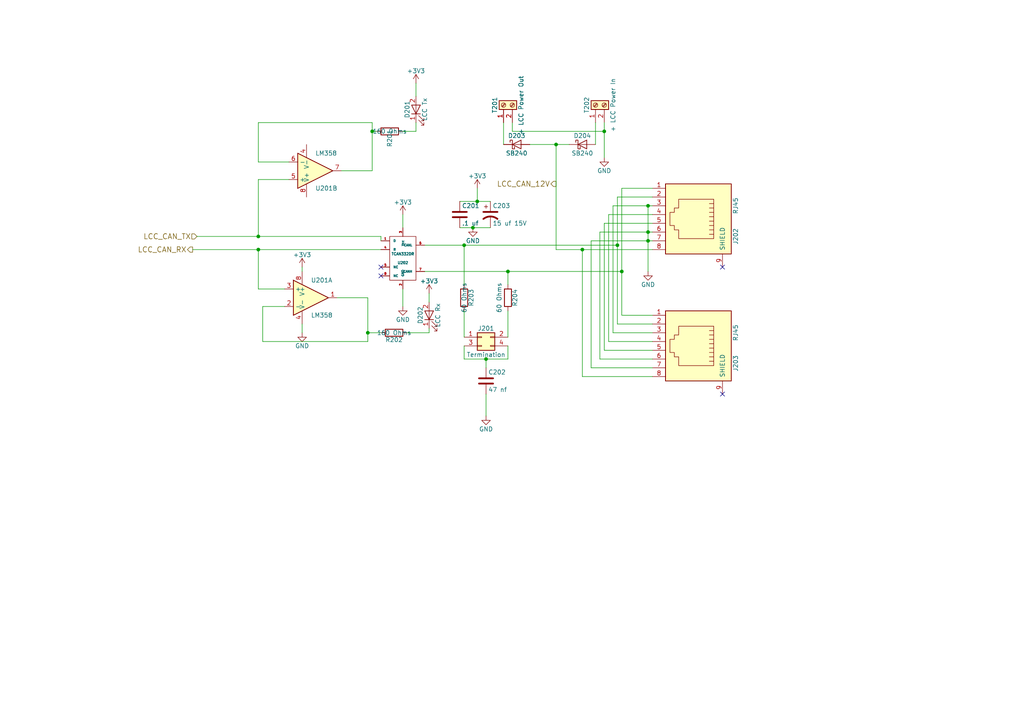
<source format=kicad_sch>
(kicad_sch (version 20211123) (generator eeschema)
  (paper "A4")
  (lib_symbols
    (symbol "LCC-PNET-Router-rescue:+3.3V" (power) (pin_names (offset 0))
      (property "Value" "+3.3V" (at 0 3.556 0))
      (symbol "+3.3V_0_1"
        (polyline (pts (xy -0.762 1.27) (xy 0 2.54)))
        (polyline (pts (xy 0 0) (xy 0 2.54)))
        (polyline (pts (xy 0 2.54) (xy 0.762 1.27)))
      )
      (symbol "+3.3V_1_1"
        (pin power_in line (at 0 0 90) (length 0) hide (name "+3V3") (number "1"))
      )
    )
    (symbol "LCC-PNET-Router-rescue:C" (pin_numbers hide) (pin_names (offset 0.254))
      (property "Reference" "C" (at 0.635 2.54 0))
      (property "Value" "C" (at 0.635 -2.54 0))
      (symbol "C_0_1"
        (polyline (pts (xy -2.032 -0.762) (xy 2.032 -0.762)) (stroke (width 0.508)))
        (polyline (pts (xy -2.032 0.762) (xy 2.032 0.762)) (stroke (width 0.508)))
      )
      (symbol "C_1_1"
        (pin passive line (at 0 3.81 270) (length 2.794) (name "~") (number "1"))
        (pin passive line (at 0 -3.81 90) (length 2.794) (name "~") (number "2"))
      )
    )
    (symbol "LCC-PNET-Router-rescue:CP1" (pin_numbers hide) (pin_names (offset 0.254) hide)
      (property "Reference" "C" (at 0.635 2.54 0))
      (property "Value" "CP1" (at 0.635 -2.54 0))
      (symbol "CP1_0_1"
        (polyline (pts (xy -2.032 0.762) (xy 2.032 0.762)) (stroke (width 0.508)))
        (polyline (pts (xy -1.778 2.286) (xy -0.762 2.286)))
        (polyline (pts (xy -1.27 1.778) (xy -1.27 2.794)))
        (arc (start 2.032 -1.27) (mid 0 -0.5572) (end -2.032 -1.27) (stroke (width 0.508)))
      )
      (symbol "CP1_1_1"
        (pin passive line (at 0 3.81 270) (length 2.794) (name "~") (number "1"))
        (pin passive line (at 0 -3.81 90) (length 3.302) (name "~") (number "2"))
      )
    )
    (symbol "LCC-PNET-Router-rescue:Conn_02x02_Odd_Even" (pin_names (offset 1.016) hide)
      (property "Reference" "J" (at 1.27 2.54 0))
      (property "Value" "Conn_02x02_Odd_Even" (at 1.27 -5.08 0))
      (symbol "Conn_02x02_Odd_Even_1_1"
        (rectangle (start -1.27 -2.413) (end 0 -2.667) (stroke (width 0.1524)))
        (rectangle (start -1.27 0.127) (end 0 -0.127) (stroke (width 0.1524)))
        (rectangle (start -1.27 1.27) (end 3.81 -3.81) (stroke (width 0.254)) (fill (type background)))
        (rectangle (start 3.81 -2.413) (end 2.54 -2.667) (stroke (width 0.1524)))
        (rectangle (start 3.81 0.127) (end 2.54 -0.127) (stroke (width 0.1524)))
        (pin passive line (at -5.08 0 0) (length 3.81) (name "Pin_1") (number "1"))
        (pin passive line (at 7.62 0 180) (length 3.81) (name "Pin_2") (number "2"))
        (pin passive line (at -5.08 -2.54 0) (length 3.81) (name "Pin_3") (number "3"))
        (pin passive line (at 7.62 -2.54 180) (length 3.81) (name "Pin_4") (number "4"))
      )
    )
    (symbol "LCC-PNET-Router-rescue:D_Schottky" (pin_numbers hide) (pin_names (offset 1.016) hide)
      (property "Reference" "D" (at 0 2.54 0))
      (property "Value" "D_Schottky" (at 0 -2.54 0))
      (symbol "D_Schottky_0_1"
        (polyline (pts (xy 1.27 0) (xy -1.27 0)))
        (polyline (pts (xy 1.27 1.27) (xy 1.27 -1.27) (xy -1.27 0) (xy 1.27 1.27)) (stroke (width 0.2032)))
        (polyline (pts (xy -1.905 0.635) (xy -1.905 1.27) (xy -1.27 1.27) (xy -1.27 -1.27) (xy -0.635 -1.27) (xy -0.635 -0.635)) (stroke (width 0.2032)))
      )
      (symbol "D_Schottky_1_1"
        (pin passive line (at -3.81 0 0) (length 2.54) (name "K") (number "1"))
        (pin passive line (at 3.81 0 180) (length 2.54) (name "A") (number "2"))
      )
    )
    (symbol "LCC-PNET-Router-rescue:GND" (power) (pin_names (offset 0))
      (property "Value" "GND" (at 0 -3.81 0))
      (symbol "GND_0_1"
        (polyline (pts (xy 0 0) (xy 0 -1.27) (xy 1.27 -1.27) (xy 0 -2.54) (xy -1.27 -1.27) (xy 0 -1.27)))
      )
      (symbol "GND_1_1"
        (pin power_in line (at 0 0 270) (length 0) hide (name "GND") (number "1"))
      )
    )
    (symbol "LCC-PNET-Router-rescue:LED" (pin_names (offset 1.016) hide)
      (property "Reference" "D" (at 0 2.54 0))
      (property "Value" "LED" (at 0 -2.54 0))
      (symbol "LED_0_1"
        (polyline (pts (xy -1.27 -1.27) (xy -1.27 1.27)) (stroke (width 0.2032)))
        (polyline (pts (xy -1.27 0) (xy 1.27 0)))
        (polyline (pts (xy 1.27 -1.27) (xy 1.27 1.27) (xy -1.27 0) (xy 1.27 -1.27)) (stroke (width 0.2032)))
        (polyline (pts (xy -3.048 -0.762) (xy -4.572 -2.286) (xy -3.81 -2.286) (xy -4.572 -2.286) (xy -4.572 -1.524)))
        (polyline (pts (xy -1.778 -0.762) (xy -3.302 -2.286) (xy -2.54 -2.286) (xy -3.302 -2.286) (xy -3.302 -1.524)))
      )
      (symbol "LED_1_1"
        (pin passive line (at -3.81 0 0) (length 2.54) (name "K") (number "1"))
        (pin passive line (at 3.81 0 180) (length 2.54) (name "A") (number "2"))
      )
    )
    (symbol "LCC-PNET-Router-rescue:LM358"
      (property "Reference" "U" (at 0 5.08 0))
      (property "Value" "LM358" (at 0 -5.08 0))
      (symbol "LM358_0_1"
        (polyline (pts (xy -5.08 5.08) (xy 5.08 0) (xy -5.08 -5.08) (xy -5.08 5.08)) (stroke (width 0.254)) (fill (type background)))
        (pin power_in line (at -2.54 -7.62 90) (length 3.81) (name "V-") (number "4"))
        (pin power_in line (at -2.54 7.62 270) (length 3.81) (name "V+") (number "8"))
      )
      (symbol "LM358_1_1"
        (pin output line (at 7.62 0 180) (length 2.54) (name "~") (number "1"))
        (pin input line (at -7.62 -2.54 0) (length 2.54) (name "-") (number "2"))
        (pin input line (at -7.62 2.54 0) (length 2.54) (name "+") (number "3"))
      )
      (symbol "LM358_2_1"
        (pin input line (at -7.62 2.54 0) (length 2.54) (name "+") (number "5"))
        (pin input line (at -7.62 -2.54 0) (length 2.54) (name "-") (number "6"))
        (pin output line (at 7.62 0 180) (length 2.54) (name "~") (number "7"))
      )
    )
    (symbol "LCC-PNET-Router-rescue:R" (pin_numbers hide) (pin_names (offset 0))
      (property "Reference" "R" (at 2.032 0 90))
      (property "Value" "R" (at 0 0 90))
      (symbol "R_0_1"
        (rectangle (start -1.016 -2.54) (end 1.016 2.54) (stroke (width 0.254)))
      )
      (symbol "R_1_1"
        (pin passive line (at 0 3.81 270) (length 1.27) (name "~") (number "1"))
        (pin passive line (at 0 -3.81 90) (length 1.27) (name "~") (number "2"))
      )
    )
    (symbol "LCC-PNET-Router-rescue:RJ45" (pin_names (offset 1.016))
      (property "Reference" "J" (at 5.08 12.7 0))
      (property "Value" "RJ45" (at -3.81 12.7 0))
      (symbol "RJ45_0_1"
        (rectangle (start -10.16 -7.62) (end 10.16 11.43) (stroke (width 0.254)) (fill (type background)))
        (polyline (pts (xy -4.445 5.08) (xy -4.445 6.35) (xy -4.445 6.35)))
        (polyline (pts (xy -3.175 6.35) (xy -3.175 5.08) (xy -3.175 5.08)))
        (polyline (pts (xy -1.905 6.35) (xy -1.905 5.08) (xy -1.905 5.08)))
        (polyline (pts (xy -0.635 6.35) (xy -0.635 5.08) (xy -0.635 5.08)))
        (polyline (pts (xy 0.635 6.35) (xy 0.635 5.08) (xy 0.635 5.08)))
        (polyline (pts (xy 1.905 6.35) (xy 1.905 5.08) (xy 1.905 5.08)))
        (polyline (pts (xy 3.175 5.08) (xy 3.175 6.35) (xy 3.175 6.35)))
        (polyline (pts (xy 4.445 5.08) (xy 4.445 6.35) (xy 4.445 6.35)))
        (polyline (pts (xy -5.715 6.35) (xy 5.715 6.35) (xy 5.715 -3.81) (xy 3.175 -3.81) (xy 3.175 -5.08) (xy 1.905 -5.08) (xy 1.905 -6.35) (xy -1.905 -6.35) (xy -1.905 -5.08) (xy -3.175 -5.08) (xy -3.175 -3.81) (xy -5.715 -3.81) (xy -5.715 6.35) (xy -5.715 6.35)))
      )
      (symbol "RJ45_1_1"
        (pin passive line (at -8.89 -11.43 90) (length 3.81) (name "~") (number "1"))
        (pin passive line (at -6.35 -11.43 90) (length 3.81) (name "~") (number "2"))
        (pin passive line (at -3.81 -11.43 90) (length 3.81) (name "~") (number "3"))
        (pin passive line (at -1.27 -11.43 90) (length 3.81) (name "~") (number "4"))
        (pin passive line (at 1.27 -11.43 90) (length 3.81) (name "~") (number "5"))
        (pin passive line (at 3.81 -11.43 90) (length 3.81) (name "~") (number "6"))
        (pin passive line (at 6.35 -11.43 90) (length 3.81) (name "~") (number "7"))
        (pin passive line (at 8.89 -11.43 90) (length 3.81) (name "~") (number "8"))
        (pin passive line (at 13.97 8.89 180) (length 3.81) (name "SHIELD") (number "9"))
      )
    )
    (symbol "LCC-PNET-Router-rescue:Screw_Terminal_01x02" (pin_names (offset 1.016) hide)
      (property "Reference" "J" (at 0 2.54 0))
      (property "Value" "Screw_Terminal_01x02" (at 0 -5.08 0))
      (symbol "Screw_Terminal_01x02_1_1"
        (rectangle (start -1.27 1.27) (end 1.27 -3.81) (stroke (width 0.254)) (fill (type background)))
        (circle (center 0 -2.54) (radius 0.635) (stroke (width 0.1524)))
        (polyline (pts (xy -0.5334 -2.2098) (xy 0.3302 -3.048)) (stroke (width 0.1524)))
        (polyline (pts (xy -0.5334 0.3302) (xy 0.3302 -0.508)) (stroke (width 0.1524)))
        (polyline (pts (xy -0.3556 -2.032) (xy 0.508 -2.8702)) (stroke (width 0.1524)))
        (polyline (pts (xy -0.3556 0.508) (xy 0.508 -0.3302)) (stroke (width 0.1524)))
        (circle (center 0 0) (radius 0.635) (stroke (width 0.1524)))
        (pin passive line (at -5.08 0 0) (length 3.81) (name "Pin_1") (number "1"))
        (pin passive line (at -5.08 -2.54 0) (length 3.81) (name "Pin_2") (number "2"))
      )
    )
    (symbol "LCC-PNET-Router-rescue:TCAN332DR" (pin_names (offset 1.016))
      (property "Reference" "U" (at 0 -1.27 0))
      (property "Value" "TCAN332DR" (at 0 1.27 0))
      (symbol "TCAN332DR_0_1"
        (rectangle (start -3.81 6.35) (end 3.81 -6.35))
      )
      (symbol "TCAN332DR_1_1"
        (pin input line (at -6.35 5.08 0) (length 2.54) (name "D") (number "1"))
        (pin power_in line (at 0 -8.89 90) (length 2.54) (name "GND") (number "2"))
        (pin power_in line (at 0 8.89 270) (length 2.54) (name "Vcc") (number "3"))
        (pin output line (at -6.35 2.54 0) (length 2.54) (name "R") (number "4"))
        (pin input line (at -6.35 -2.54 0) (length 2.54) (name "NC") (number "5"))
        (pin bidirectional line (at 6.35 3.81 180) (length 2.54) (name "CANL") (number "6"))
        (pin bidirectional line (at 6.35 -3.81 180) (length 2.54) (name "CANH") (number "7"))
        (pin input line (at -6.35 -5.08 0) (length 2.54) (name "NC") (number "8"))
      )
    )
  )
  (junction (at 137.16 66.04))
  (junction (at 138.43 58.42))
  (junction (at 161.29 41.91))
  (junction (at 180.34 78.74))
  (junction (at 168.91 72.39))
  (junction (at 74.93 68.58))
  (junction (at 106.68 96.52))
  (junction (at 179.07 71.12))
  (junction (at 147.32 78.74))
  (junction (at 134.62 71.12))
  (junction (at 175.26 38.1))
  (junction (at 187.96 67.31))
  (junction (at 187.96 69.85))
  (junction (at 140.97 104.14))
  (junction (at 107.95 38.1))
  (junction (at 74.93 72.39))
  (junction (at 187.96 59.69))
  (no_connect (at 110.49 80.01))
  (no_connect (at 209.55 114.3))
  (no_connect (at 209.55 77.47))
  (no_connect (at 110.49 77.47))
  (wire (pts (xy 175.26 101.6) (xy 189.23 101.6)))
  (wire (pts (xy 133.35 58.42) (xy 138.43 58.42)))
  (wire (pts (xy 138.43 58.42) (xy 142.24 58.42)))
  (wire (pts (xy 74.93 46.99) (xy 74.93 35.56)))
  (wire (pts (xy 83.82 46.99) (xy 74.93 46.99)))
  (wire (pts (xy 123.19 78.74) (xy 147.32 78.74)))
  (wire (pts (xy 87.63 93.98) (xy 87.63 96.52)))
  (wire (pts (xy 187.96 67.31) (xy 189.23 67.31)))
  (wire (pts (xy 55.88 72.39) (xy 74.93 72.39)))
  (wire (pts (xy 120.65 38.1) (xy 116.84 38.1)))
  (wire (pts (xy 124.46 85.09) (xy 124.46 87.63)))
  (wire (pts (xy 177.8 59.69) (xy 187.96 59.69)))
  (wire (pts (xy 107.95 35.56) (xy 107.95 38.1)))
  (wire (pts (xy 161.29 72.39) (xy 161.29 41.91)))
  (wire (pts (xy 179.07 93.98) (xy 189.23 93.98)))
  (wire (pts (xy 161.29 72.39) (xy 168.91 72.39)))
  (wire (pts (xy 189.23 104.14) (xy 173.99 104.14)))
  (wire (pts (xy 180.34 78.74) (xy 180.34 91.44)))
  (wire (pts (xy 173.99 67.31) (xy 187.96 67.31)))
  (wire (pts (xy 168.91 72.39) (xy 189.23 72.39)))
  (wire (pts (xy 109.22 38.1) (xy 107.95 38.1)))
  (wire (pts (xy 120.65 24.13) (xy 120.65 27.94)))
  (wire (pts (xy 74.93 52.07) (xy 74.93 68.58)))
  (wire (pts (xy 179.07 57.15) (xy 179.07 71.12)))
  (wire (pts (xy 140.97 104.14) (xy 147.32 104.14)))
  (wire (pts (xy 180.34 91.44) (xy 189.23 91.44)))
  (wire (pts (xy 171.45 69.85) (xy 187.96 69.85)))
  (wire (pts (xy 106.68 99.06) (xy 106.68 96.52)))
  (wire (pts (xy 87.63 77.47) (xy 87.63 78.74)))
  (wire (pts (xy 140.97 106.68) (xy 140.97 104.14)))
  (wire (pts (xy 168.91 109.22) (xy 189.23 109.22)))
  (wire (pts (xy 116.84 62.23) (xy 116.84 66.04)))
  (wire (pts (xy 134.62 90.17) (xy 134.62 97.79)))
  (wire (pts (xy 107.95 38.1) (xy 107.95 49.53)))
  (wire (pts (xy 110.49 68.58) (xy 110.49 69.85)))
  (wire (pts (xy 147.32 78.74) (xy 180.34 78.74)))
  (wire (pts (xy 82.55 83.82) (xy 74.93 83.82)))
  (wire (pts (xy 110.49 96.52) (xy 106.68 96.52)))
  (wire (pts (xy 107.95 49.53) (xy 99.06 49.53)))
  (wire (pts (xy 74.93 72.39) (xy 110.49 72.39)))
  (wire (pts (xy 82.55 88.9) (xy 76.2 88.9)))
  (wire (pts (xy 123.19 71.12) (xy 134.62 71.12)))
  (wire (pts (xy 74.93 83.82) (xy 74.93 72.39)))
  (wire (pts (xy 116.84 83.82) (xy 116.84 88.9)))
  (wire (pts (xy 76.2 99.06) (xy 106.68 99.06)))
  (wire (pts (xy 172.72 35.56) (xy 172.72 41.91)))
  (wire (pts (xy 187.96 69.85) (xy 189.23 69.85)))
  (wire (pts (xy 187.96 67.31) (xy 187.96 69.85)))
  (wire (pts (xy 176.53 99.06) (xy 176.53 62.23)))
  (wire (pts (xy 148.59 38.1) (xy 175.26 38.1)))
  (wire (pts (xy 147.32 82.55) (xy 147.32 78.74)))
  (wire (pts (xy 187.96 59.69) (xy 189.23 59.69)))
  (wire (pts (xy 175.26 64.77) (xy 175.26 101.6)))
  (wire (pts (xy 177.8 96.52) (xy 177.8 59.69)))
  (wire (pts (xy 133.35 66.04) (xy 137.16 66.04)))
  (wire (pts (xy 180.34 54.61) (xy 189.23 54.61)))
  (wire (pts (xy 120.65 35.56) (xy 120.65 38.1)))
  (wire (pts (xy 187.96 59.69) (xy 187.96 67.31)))
  (wire (pts (xy 124.46 96.52) (xy 118.11 96.52)))
  (wire (pts (xy 146.05 41.91) (xy 146.05 35.56)))
  (wire (pts (xy 168.91 109.22) (xy 168.91 72.39)))
  (wire (pts (xy 76.2 88.9) (xy 76.2 99.06)))
  (wire (pts (xy 173.99 104.14) (xy 173.99 67.31)))
  (wire (pts (xy 83.82 52.07) (xy 74.93 52.07)))
  (wire (pts (xy 148.59 35.56) (xy 148.59 38.1)))
  (wire (pts (xy 137.16 66.04) (xy 142.24 66.04)))
  (wire (pts (xy 134.62 82.55) (xy 134.62 71.12)))
  (wire (pts (xy 175.26 35.56) (xy 175.26 38.1)))
  (wire (pts (xy 175.26 64.77) (xy 189.23 64.77)))
  (wire (pts (xy 134.62 100.33) (xy 134.62 104.14)))
  (wire (pts (xy 74.93 68.58) (xy 110.49 68.58)))
  (wire (pts (xy 180.34 54.61) (xy 180.34 78.74)))
  (wire (pts (xy 179.07 57.15) (xy 189.23 57.15)))
  (wire (pts (xy 57.15 68.58) (xy 74.93 68.58)))
  (wire (pts (xy 140.97 120.65) (xy 140.97 114.3)))
  (wire (pts (xy 189.23 96.52) (xy 177.8 96.52)))
  (wire (pts (xy 74.93 35.56) (xy 107.95 35.56)))
  (wire (pts (xy 138.43 54.61) (xy 138.43 58.42)))
  (wire (pts (xy 189.23 99.06) (xy 176.53 99.06)))
  (wire (pts (xy 134.62 71.12) (xy 179.07 71.12)))
  (wire (pts (xy 161.29 41.91) (xy 165.1 41.91)))
  (wire (pts (xy 179.07 71.12) (xy 179.07 93.98)))
  (wire (pts (xy 153.67 41.91) (xy 161.29 41.91)))
  (wire (pts (xy 171.45 106.68) (xy 171.45 69.85)))
  (wire (pts (xy 176.53 62.23) (xy 189.23 62.23)))
  (wire (pts (xy 134.62 104.14) (xy 140.97 104.14)))
  (wire (pts (xy 106.68 96.52) (xy 106.68 86.36)))
  (wire (pts (xy 189.23 106.68) (xy 171.45 106.68)))
  (wire (pts (xy 124.46 95.25) (xy 124.46 96.52)))
  (wire (pts (xy 147.32 104.14) (xy 147.32 100.33)))
  (wire (pts (xy 175.26 38.1) (xy 175.26 45.72)))
  (wire (pts (xy 106.68 86.36) (xy 97.79 86.36)))
  (wire (pts (xy 187.96 69.85) (xy 187.96 78.74)))
  (wire (pts (xy 147.32 90.17) (xy 147.32 97.79)))
  (hierarchical_label "LCC_CAN_12V" (shape output) (at 161.29 53.34 180) (effects (font (size 1.524 1.524))))
  (hierarchical_label "LCC_CAN_RX" (shape output) (at 55.88 72.39 180) (effects (font (size 1.524 1.524))))
  (hierarchical_label "LCC_CAN_TX" (shape input) (at 57.15 68.58 180) (effects (font (size 1.524 1.524))))
  (symbol (lib_id "LCC-PNET-Router-rescue:TCAN332DR") (at 116.84 74.93 0) (unit 1)
    (property "Reference" "U202" (at 116.84 76.2 0) (effects (font (size 0.762 0.762))))
    (property "Value" "TCAN332DR" (at 116.84 73.66 0) (effects (font (size 0.762 0.762))))
    (property "Footprint" "Package_SO:SOIC-8_3.9x4.9mm_P1.27mm" (effects hide))
    (property "Mouser Part Number" "595-TCAN332DR" (effects hide))
  )
  (symbol (lib_id "LCC-PNET-Router-rescue:RJ45") (at 200.66 100.33 270) (unit 1)
    (property "Reference" "J203" (at 213.36 105.41 0))
    (property "Value" "RJ45" (at 213.36 96.52 0))
    (property "Footprint" "RJ45:RJ45_8N-S" (effects hide))
    (property "Mouser Part Number" "710-615008144221" (effects hide))
  )
  (symbol (lib_id "LCC-PNET-Router-rescue:RJ45") (at 200.66 63.5 270) (unit 1)
    (property "Reference" "J202" (at 213.36 68.58 0))
    (property "Value" "RJ45" (at 213.36 59.69 0))
    (property "Footprint" "RJ45:RJ45_8N-S" (effects hide))
    (property "Mouser Part Number" "710-615008144221" (effects hide))
  )
  (symbol (lib_id "LCC-PNET-Router-rescue:+3.3V") (at 116.84 62.23 0) (unit 1)
    (property "Reference" "#PWR0102" (effects hide))
    (property "Value" "+3.3V" (at 116.84 58.674 0))
  )
  (symbol (lib_id "LCC-PNET-Router-rescue:GND") (at 116.84 88.9 0) (unit 1)
    (property "Reference" "#PWR0103" (effects hide))
    (property "Value" "GND" (at 116.84 92.71 0))
  )
  (symbol (lib_id "LCC-PNET-Router-rescue:GND") (at 187.96 78.74 0) (unit 1)
    (property "Reference" "#PWR010" (effects hide))
    (property "Value" "GND" (at 187.96 82.55 0))
  )
  (symbol (lib_id "LCC-PNET-Router-rescue:C") (at 133.35 62.23 0) (unit 1)
    (property "Reference" "C201" (at 133.985 59.69 0) (effects (justify left)))
    (property "Value" ".1 uf" (at 133.985 64.77 0) (effects (justify left)))
    (property "Footprint" "Capacitor_SMD:C_0603_1608Metric" (effects hide))
    (property "Mouser Part Number" "603-CC603KPX7R9BB104" (effects hide))
  )
  (symbol (lib_id "LCC-PNET-Router-rescue:CP1") (at 142.24 62.23 0) (unit 1)
    (property "Reference" "C203" (at 142.875 59.69 0) (effects (justify left)))
    (property "Value" "15 uf 15V" (at 142.875 64.77 0) (effects (justify left)))
    (property "Footprint" "Capacitor_SMD:CP_Elec_4x5.8" (effects hide))
    (property "Mouser Part Number" "647-UUD1C150MCL" (effects hide))
  )
  (symbol (lib_id "LCC-PNET-Router-rescue:Conn_02x02_Odd_Even") (at 139.7 97.79 0) (unit 1)
    (property "Reference" "J201" (at 140.97 95.25 0))
    (property "Value" "Termination" (at 140.97 102.87 0))
    (property "Footprint" "Connector_PinHeader_2.54mm:PinHeader_2x02_P2.54mm_Vertical" (effects hide))
    (property "Mouser Part Number" "649-1012938190402BLF" (effects hide))
  )
  (symbol (lib_id "LCC-PNET-Router-rescue:R") (at 134.62 86.36 0) (unit 1)
    (property "Reference" "R203" (at 136.652 86.36 90))
    (property "Value" "60 Ohms" (at 134.62 86.36 90))
    (property "Footprint" "Resistor_SMD:R_1206_3216Metric" (effects hide))
    (property "Mouser Part Number" "71-CRCW120660R0KNAIF" (effects hide))
  )
  (symbol (lib_id "LCC-PNET-Router-rescue:R") (at 147.32 86.36 0) (unit 1)
    (property "Reference" "R204" (at 149.352 86.36 90))
    (property "Value" "60 Ohms" (at 144.78 86.36 90))
    (property "Footprint" "Resistor_SMD:R_1206_3216Metric" (effects hide))
    (property "Mouser Part Number" "71-CRCW120660R0KNAIF" (effects hide))
  )
  (symbol (lib_id "LCC-PNET-Router-rescue:C") (at 140.97 110.49 0) (unit 1)
    (property "Reference" "C202" (at 141.605 107.95 0) (effects (justify left)))
    (property "Value" "47 nf" (at 141.605 113.03 0) (effects (justify left)))
    (property "Footprint" "Capacitor_SMD:C_0603_1608Metric" (effects hide))
    (property "Mouser Part Number" "963-GMK107BJ473KAHT" (effects hide))
  )
  (symbol (lib_id "LCC-PNET-Router-rescue:GND") (at 140.97 120.65 0) (unit 1)
    (property "Reference" "#PWR011" (effects hide))
    (property "Value" "GND" (at 140.97 124.46 0))
  )
  (symbol (lib_id "LCC-PNET-Router-rescue:+3.3V") (at 138.43 54.61 0) (unit 1)
    (property "Reference" "#PWR012" (effects hide))
    (property "Value" "+3.3V" (at 138.43 51.054 0))
  )
  (symbol (lib_id "LCC-PNET-Router-rescue:GND") (at 137.16 66.04 0) (unit 1)
    (property "Reference" "#PWR013" (effects hide))
    (property "Value" "GND" (at 137.16 69.85 0))
  )
  (symbol (lib_id "LCC-PNET-Router-rescue:Screw_Terminal_01x02") (at 146.05 30.48 90) (unit 1)
    (property "Reference" "T201" (at 143.51 30.48 0))
    (property "Value" "+ LCC Power Out" (at 151.13 30.48 0))
    (property "Footprint" "TerminalBlock_TE-Connectivity:TerminalBlock_TE_282834-2_1x02_P2.54mm_Horizontal" (effects hide))
    (property "Mouser Part Number" "651-1725656" (effects hide))
  )
  (symbol (lib_id "LCC-PNET-Router-rescue:Screw_Terminal_01x02") (at 172.72 30.48 90) (unit 1)
    (property "Reference" "T202" (at 170.18 30.48 0))
    (property "Value" "+ LCC Power In" (at 177.8 30.48 0))
    (property "Footprint" "TerminalBlock_TE-Connectivity:TerminalBlock_TE_282834-2_1x02_P2.54mm_Horizontal" (effects hide))
    (property "Mouser Part Number" "651-1725656" (effects hide))
  )
  (symbol (lib_id "LCC-PNET-Router-rescue:D_Schottky") (at 149.86 41.91 0) (unit 1)
    (property "Reference" "D203" (at 149.86 39.37 0))
    (property "Value" "SB240" (at 149.86 44.45 0))
    (property "Footprint" "Diode_SMD:D_PowerDI-123" (effects hide))
    (property "Mouser Part Number" "621-DFLS240-7" (effects hide))
  )
  (symbol (lib_id "LCC-PNET-Router-rescue:D_Schottky") (at 168.91 41.91 0) (unit 1)
    (property "Reference" "D204" (at 168.91 39.37 0))
    (property "Value" "SB240" (at 168.91 44.45 0))
    (property "Footprint" "Diode_SMD:D_PowerDI-123" (effects hide))
    (property "Mouser Part Number" "621-DFLS240-7" (effects hide))
  )
  (symbol (lib_id "LCC-PNET-Router-rescue:GND") (at 175.26 45.72 0) (unit 1)
    (property "Reference" "#PWR014" (effects hide))
    (property "Value" "GND" (at 175.26 49.53 0))
  )
  (symbol (lib_id "LCC-PNET-Router-rescue:LM358") (at 91.44 49.53 0) (mirror x) (unit 2)
    (property "Reference" "U201" (at 91.44 54.61 0) (effects (justify left)))
    (property "Value" "LM358" (at 91.44 44.45 0) (effects (justify left)))
    (property "Footprint" "Package_SO:SOIC-8_3.9x4.9mm_P1.27mm" (effects hide))
    (property "Mouser Part Number" "595-LM358DR" (effects hide))
  )
  (symbol (lib_id "LCC-PNET-Router-rescue:LM358") (at 90.17 86.36 0) (unit 1)
    (property "Reference" "U201" (at 90.17 81.28 0) (effects (justify left)))
    (property "Value" "LM358" (at 90.17 91.44 0) (effects (justify left)))
    (property "Footprint" "Package_SO:SOIC-8_3.9x4.9mm_P1.27mm" (effects hide))
    (property "Mouser Part Number" "595-LM358DR" (effects hide))
  )
  (symbol (lib_id "LCC-PNET-Router-rescue:GND") (at 87.63 96.52 0) (unit 1)
    (property "Reference" "#PWR015" (effects hide))
    (property "Value" "GND" (at 87.63 100.33 0))
  )
  (symbol (lib_id "LCC-PNET-Router-rescue:+3.3V") (at 87.63 77.47 0) (unit 1)
    (property "Reference" "#PWR016" (effects hide))
    (property "Value" "+3.3V" (at 87.63 73.914 0))
  )
  (symbol (lib_id "LCC-PNET-Router-rescue:R") (at 113.03 38.1 270) (unit 1)
    (property "Reference" "R201" (at 113.03 40.132 0))
    (property "Value" "160 Ohms" (at 113.03 38.1 90))
    (property "Footprint" "Resistor_SMD:R_0603_1608Metric" (effects hide))
    (property "Mouser Part Number" "603-AC0603JR-07160RL" (effects hide))
  )
  (symbol (lib_id "LCC-PNET-Router-rescue:R") (at 114.3 96.52 270) (unit 1)
    (property "Reference" "R202" (at 114.3 98.552 90))
    (property "Value" "160 Ohms" (at 114.3 96.52 90))
    (property "Footprint" "Resistor_SMD:R_0603_1608Metric" (effects hide))
    (property "Mouser Part Number" "603-AC0603JR-07160RL" (effects hide))
  )
  (symbol (lib_id "LCC-PNET-Router-rescue:LED") (at 120.65 31.75 90) (unit 1)
    (property "Reference" "D201" (at 118.11 31.75 0))
    (property "Value" "LCC Tx" (at 123.19 31.75 0))
    (property "Footprint" "LED_SMD:LED_0603_1608Metric" (effects hide))
    (property "Mouser Part Number" "710-150060SS75000" (effects hide))
  )
  (symbol (lib_id "LCC-PNET-Router-rescue:LED") (at 124.46 91.44 90) (unit 1)
    (property "Reference" "D202" (at 121.92 91.44 0))
    (property "Value" "LCC Rx" (at 127 91.44 0))
    (property "Footprint" "LED_SMD:LED_0603_1608Metric" (effects hide))
    (property "Mouser Part Number" "710-150060YS75000" (effects hide))
  )
  (symbol (lib_id "LCC-PNET-Router-rescue:+3.3V") (at 120.65 24.13 0) (unit 1)
    (property "Reference" "#PWR017" (effects hide))
    (property "Value" "+3.3V" (at 120.65 20.574 0))
  )
  (symbol (lib_id "LCC-PNET-Router-rescue:+3.3V") (at 124.46 85.09 0) (unit 1)
    (property "Reference" "#PWR018" (effects hide))
    (property "Value" "+3.3V" (at 124.46 81.534 0))
  )
)
</source>
